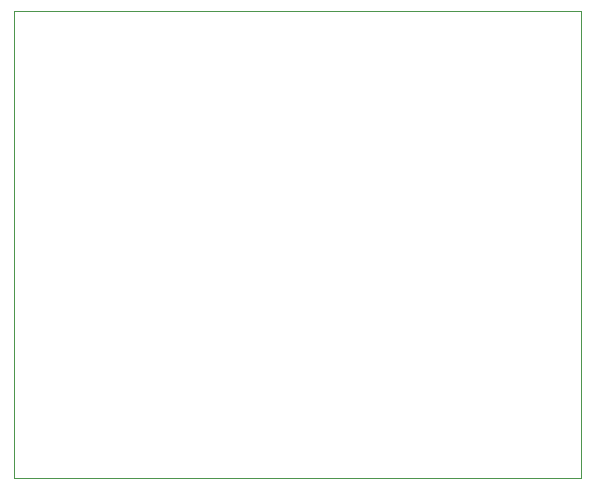
<source format=gm1>
%TF.GenerationSoftware,KiCad,Pcbnew,9.0.0*%
%TF.CreationDate,2025-09-04T17:25:07-04:00*%
%TF.ProjectId,OlfactoryDisplay,4f6c6661-6374-46f7-9279-446973706c61,rev?*%
%TF.SameCoordinates,Original*%
%TF.FileFunction,Profile,NP*%
%FSLAX46Y46*%
G04 Gerber Fmt 4.6, Leading zero omitted, Abs format (unit mm)*
G04 Created by KiCad (PCBNEW 9.0.0) date 2025-09-04 17:25:07*
%MOMM*%
%LPD*%
G01*
G04 APERTURE LIST*
%TA.AperFunction,Profile*%
%ADD10C,0.050000*%
%TD*%
G04 APERTURE END LIST*
D10*
X77500000Y-49500000D02*
X125500000Y-49500000D01*
X125500000Y-89000000D01*
X77500000Y-89000000D01*
X77500000Y-49500000D01*
M02*

</source>
